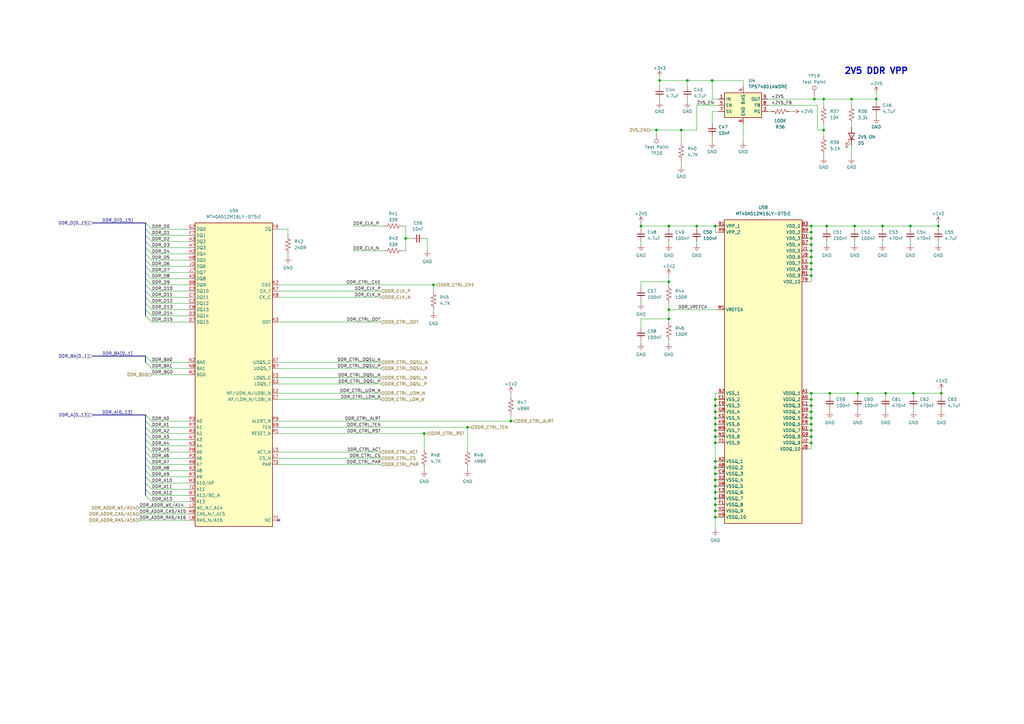
<source format=kicad_sch>
(kicad_sch (version 20231120) (generator "eeschema") (generator_version "8.0")
  (paper "A3")
  (title_block (title "DDR4") (date "2024-10-06") (rev "2.0") (company "Drexel University") (comment 1 "Designed by John Hofmeyr"))
  (junction (at 332.74 92.71))
  (junction (at 350.52 92.71))
  (junction (at 332.74 100.33))
  (junction (at 285.75 92.71))
  (junction (at 274.32 115.57))
  (junction (at 337.82 40.64))
  (junction (at 332.74 113.03))
  (junction (at 293.37 181.61))
  (junction (at 209.55 172.72))
  (junction (at 334.01 40.64))
  (junction (at 332.74 176.53))
  (junction (at 191.77 175.26))
  (junction (at 332.74 173.99))
  (junction (at 373.38 92.71))
  (junction (at 279.4 53.34))
  (junction (at 293.37 191.77))
  (junction (at 293.37 173.99))
  (junction (at 293.37 166.37))
  (junction (at 293.37 207.01))
  (junction (at 349.25 40.64))
  (junction (at 359.41 40.64))
  (junction (at 270.51 33.02))
  (junction (at 262.89 92.71))
  (junction (at 293.37 209.55))
  (junction (at 332.74 166.37))
  (junction (at 332.74 107.95))
  (junction (at 293.37 196.85))
  (junction (at 293.37 171.45))
  (junction (at 274.32 127))
  (junction (at 363.22 161.29))
  (junction (at 173.99 177.8))
  (junction (at 332.74 181.61))
  (junction (at 293.37 92.71))
  (junction (at 293.37 201.93))
  (junction (at 332.74 179.07))
  (junction (at 293.37 212.09))
  (junction (at 293.37 204.47))
  (junction (at 293.37 179.07))
  (junction (at 374.65 161.29))
  (junction (at 177.8 116.84))
  (junction (at 274.32 92.71))
  (junction (at 293.37 168.91))
  (junction (at 281.94 33.02))
  (junction (at 292.1 33.02))
  (junction (at 332.74 163.83))
  (junction (at 332.74 161.29))
  (junction (at 166.37 97.79))
  (junction (at 332.74 97.79))
  (junction (at 332.74 102.87))
  (junction (at 293.37 199.39))
  (junction (at 332.74 171.45))
  (junction (at 293.37 189.23))
  (junction (at 340.36 161.29))
  (junction (at 337.82 53.34))
  (junction (at 361.95 92.71))
  (junction (at 384.81 92.71))
  (junction (at 339.09 92.71))
  (junction (at 293.37 163.83))
  (junction (at 332.74 110.49))
  (junction (at 332.74 168.91))
  (junction (at 293.37 176.53))
  (junction (at 269.24 53.34))
  (junction (at 293.37 194.31))
  (junction (at 351.79 161.29))
  (junction (at 274.32 130.81))
  (junction (at 386.08 161.29))
  (junction (at 332.74 105.41))
  (junction (at 332.74 95.25))
  (no_connect (at 114.3 213.36))
  (bus_entry (at 59.69 101.6) (size 2.54 2.54))
  (bus_entry (at 59.69 187.96) (size 2.54 2.54))
  (bus_entry (at 59.69 127) (size 2.54 2.54))
  (bus_entry (at 59.69 121.92) (size 2.54 2.54))
  (bus_entry (at 59.69 116.84) (size 2.54 2.54))
  (bus_entry (at 59.69 182.88) (size 2.54 2.54))
  (bus_entry (at 59.69 177.8) (size 2.54 2.54))
  (bus_entry (at 59.69 124.46) (size 2.54 2.54))
  (bus_entry (at 59.69 96.52) (size 2.54 2.54))
  (bus_entry (at 59.69 190.5) (size 2.54 2.54))
  (bus_entry (at 59.69 195.58) (size 2.54 2.54))
  (bus_entry (at 59.69 203.2) (size 2.54 2.54))
  (bus_entry (at 59.69 185.42) (size 2.54 2.54))
  (bus_entry (at 59.69 180.34) (size 2.54 2.54))
  (bus_entry (at 59.69 148.59) (size 2.54 2.54))
  (bus_entry (at 59.69 93.98) (size 2.54 2.54))
  (bus_entry (at 59.69 114.3) (size 2.54 2.54))
  (bus_entry (at 59.69 129.54) (size 2.54 2.54))
  (bus_entry (at 59.69 175.26) (size 2.54 2.54))
  (bus_entry (at 59.69 104.14) (size 2.54 2.54))
  (bus_entry (at 59.69 146.05) (size 2.54 2.54))
  (bus_entry (at 59.69 91.44) (size 2.54 2.54))
  (bus_entry (at 59.69 200.66) (size 2.54 2.54))
  (bus_entry (at 59.69 170.18) (size 2.54 2.54))
  (bus_entry (at 59.69 193.04) (size 2.54 2.54))
  (bus_entry (at 59.69 99.06) (size 2.54 2.54))
  (bus_entry (at 59.69 109.22) (size 2.54 2.54))
  (bus_entry (at 59.69 106.68) (size 2.54 2.54))
  (bus_entry (at 59.69 111.76) (size 2.54 2.54))
  (bus_entry (at 59.69 172.72) (size 2.54 2.54))
  (bus_entry (at 59.69 119.38) (size 2.54 2.54))
  (bus_entry (at 59.69 198.12) (size 2.54 2.54))
  (wire (pts (xy 166.37 97.79) (xy 168.91 97.79)))
  (bus (pts (xy 59.69 182.88) (xy 59.69 180.34)))
  (wire (pts (xy 62.23 153.67) (xy 77.47 153.67)))
  (wire (pts (xy 62.23 129.54) (xy 77.47 129.54)))
  (wire (pts (xy 339.09 99.06) (xy 339.09 100.33)))
  (wire (pts (xy 209.55 161.29) (xy 209.55 162.56)))
  (bus (pts (xy 59.69 177.8) (xy 59.69 175.26)))
  (wire (pts (xy 281.94 35.56) (xy 281.94 33.02)))
  (wire (pts (xy 332.74 176.53) (xy 331.47 176.53)))
  (wire (pts (xy 114.3 163.83) (xy 156.21 163.83)))
  (wire (pts (xy 173.99 97.79) (xy 175.26 97.79)))
  (bus (pts (xy 59.69 129.54) (xy 59.69 127)))
  (wire (pts (xy 62.23 177.8) (xy 77.47 177.8)))
  (bus (pts (xy 59.69 180.34) (xy 59.69 177.8)))
  (wire (pts (xy 332.74 161.29) (xy 332.74 163.83)))
  (bus (pts (xy 59.69 203.2) (xy 59.69 200.66)))
  (wire (pts (xy 363.22 162.56) (xy 363.22 161.29)))
  (wire (pts (xy 384.81 93.98) (xy 384.81 92.71)))
  (wire (pts (xy 384.81 91.44) (xy 384.81 92.71)))
  (wire (pts (xy 293.37 95.25) (xy 293.37 92.71)))
  (bus (pts (xy 59.69 185.42) (xy 59.69 182.88)))
  (wire (pts (xy 292.1 40.64) (xy 294.64 40.64)))
  (wire (pts (xy 332.74 110.49) (xy 331.47 110.49)))
  (wire (pts (xy 337.82 40.64) (xy 349.25 40.64)))
  (wire (pts (xy 323.85 45.72) (xy 325.12 45.72)))
  (bus (pts (xy 59.69 198.12) (xy 59.69 195.58)))
  (wire (pts (xy 57.15 208.28) (xy 77.47 208.28)))
  (wire (pts (xy 359.41 38.1) (xy 359.41 40.64)))
  (wire (pts (xy 274.32 127) (xy 294.64 127)))
  (wire (pts (xy 279.4 53.34) (xy 285.75 53.34)))
  (wire (pts (xy 332.74 166.37) (xy 332.74 168.91)))
  (wire (pts (xy 62.23 99.06) (xy 77.47 99.06)))
  (wire (pts (xy 114.3 190.5) (xy 156.21 190.5)))
  (wire (pts (xy 62.23 148.59) (xy 77.47 148.59)))
  (wire (pts (xy 293.37 201.93) (xy 293.37 204.47)))
  (wire (pts (xy 62.23 106.68) (xy 77.47 106.68)))
  (wire (pts (xy 166.37 97.79) (xy 166.37 102.87)))
  (wire (pts (xy 386.08 160.02) (xy 386.08 161.29)))
  (wire (pts (xy 304.8 50.8) (xy 304.8 58.42)))
  (wire (pts (xy 62.23 190.5) (xy 77.47 190.5)))
  (bus (pts (xy 59.69 121.92) (xy 59.69 119.38)))
  (wire (pts (xy 62.23 200.66) (xy 77.47 200.66)))
  (wire (pts (xy 62.23 203.2) (xy 77.47 203.2)))
  (wire (pts (xy 175.26 97.79) (xy 175.26 102.87)))
  (wire (pts (xy 293.37 201.93) (xy 294.64 201.93)))
  (wire (pts (xy 62.23 198.12) (xy 77.47 198.12)))
  (wire (pts (xy 340.36 161.29) (xy 351.79 161.29)))
  (wire (pts (xy 314.96 45.72) (xy 316.23 45.72)))
  (wire (pts (xy 293.37 212.09) (xy 294.64 212.09)))
  (wire (pts (xy 62.23 124.46) (xy 77.47 124.46)))
  (wire (pts (xy 363.22 167.64) (xy 363.22 168.91)))
  (wire (pts (xy 62.23 116.84) (xy 77.47 116.84)))
  (bus (pts (xy 59.69 119.38) (xy 59.69 116.84)))
  (wire (pts (xy 281.94 33.02) (xy 292.1 33.02)))
  (wire (pts (xy 177.8 116.84) (xy 179.07 116.84)))
  (wire (pts (xy 144.78 102.87) (xy 157.48 102.87)))
  (wire (pts (xy 114.3 177.8) (xy 173.99 177.8)))
  (wire (pts (xy 285.75 92.71) (xy 293.37 92.71)))
  (wire (pts (xy 350.52 92.71) (xy 361.95 92.71)))
  (wire (pts (xy 332.74 161.29) (xy 340.36 161.29)))
  (wire (pts (xy 337.82 53.34) (xy 337.82 55.88)))
  (wire (pts (xy 281.94 41.91) (xy 281.94 40.64)))
  (wire (pts (xy 274.32 132.08) (xy 274.32 130.81)))
  (wire (pts (xy 114.3 175.26) (xy 191.77 175.26)))
  (wire (pts (xy 62.23 104.14) (xy 77.47 104.14)))
  (bus (pts (xy 59.69 101.6) (xy 59.69 99.06)))
  (wire (pts (xy 285.75 43.18) (xy 294.64 43.18)))
  (wire (pts (xy 294.64 45.72) (xy 292.1 45.72)))
  (wire (pts (xy 293.37 199.39) (xy 294.64 199.39)))
  (wire (pts (xy 114.3 161.29) (xy 156.21 161.29)))
  (wire (pts (xy 332.74 110.49) (xy 332.74 113.03)))
  (wire (pts (xy 293.37 168.91) (xy 293.37 171.45)))
  (bus (pts (xy 59.69 148.59) (xy 59.69 146.05)))
  (wire (pts (xy 62.23 101.6) (xy 77.47 101.6)))
  (wire (pts (xy 114.3 132.08) (xy 156.21 132.08)))
  (wire (pts (xy 332.74 163.83) (xy 332.74 166.37)))
  (wire (pts (xy 293.37 92.71) (xy 294.64 92.71)))
  (wire (pts (xy 270.51 33.02) (xy 281.94 33.02)))
  (wire (pts (xy 374.65 167.64) (xy 374.65 168.91)))
  (wire (pts (xy 266.7 53.34) (xy 269.24 53.34)))
  (wire (pts (xy 62.23 185.42) (xy 77.47 185.42)))
  (wire (pts (xy 293.37 163.83) (xy 294.64 163.83)))
  (wire (pts (xy 337.82 63.5) (xy 337.82 64.77)))
  (wire (pts (xy 332.74 181.61) (xy 332.74 184.15)))
  (wire (pts (xy 332.74 176.53) (xy 332.74 179.07)))
  (wire (pts (xy 62.23 193.04) (xy 77.47 193.04)))
  (bus (pts (xy 59.69 124.46) (xy 59.69 121.92)))
  (wire (pts (xy 270.51 41.91) (xy 270.51 40.64)))
  (wire (pts (xy 332.74 161.29) (xy 331.47 161.29)))
  (wire (pts (xy 293.37 191.77) (xy 294.64 191.77)))
  (wire (pts (xy 361.95 93.98) (xy 361.95 92.71)))
  (wire (pts (xy 293.37 179.07) (xy 293.37 181.61)))
  (wire (pts (xy 373.38 99.06) (xy 373.38 100.33)))
  (wire (pts (xy 332.74 171.45) (xy 332.74 173.99)))
  (wire (pts (xy 57.15 213.36) (xy 77.47 213.36)))
  (bus (pts (xy 59.69 109.22) (xy 59.69 106.68)))
  (wire (pts (xy 262.89 91.44) (xy 262.89 92.71)))
  (wire (pts (xy 386.08 167.64) (xy 386.08 168.91)))
  (wire (pts (xy 293.37 163.83) (xy 293.37 166.37)))
  (wire (pts (xy 62.23 172.72) (xy 77.47 172.72)))
  (wire (pts (xy 191.77 175.26) (xy 193.04 175.26)))
  (wire (pts (xy 62.23 96.52) (xy 77.47 96.52)))
  (wire (pts (xy 304.8 33.02) (xy 292.1 33.02)))
  (wire (pts (xy 293.37 209.55) (xy 293.37 212.09)))
  (wire (pts (xy 292.1 33.02) (xy 292.1 40.64)))
  (bus (pts (xy 59.69 96.52) (xy 59.69 93.98)))
  (bus (pts (xy 59.69 187.96) (xy 59.69 185.42)))
  (wire (pts (xy 173.99 191.77) (xy 173.99 193.04)))
  (wire (pts (xy 293.37 166.37) (xy 294.64 166.37)))
  (wire (pts (xy 293.37 204.47) (xy 294.64 204.47)))
  (wire (pts (xy 332.74 97.79) (xy 331.47 97.79)))
  (wire (pts (xy 332.74 173.99) (xy 331.47 173.99)))
  (wire (pts (xy 274.32 93.98) (xy 274.32 92.71)))
  (bus (pts (xy 59.69 116.84) (xy 59.69 114.3)))
  (wire (pts (xy 293.37 207.01) (xy 294.64 207.01)))
  (wire (pts (xy 293.37 176.53) (xy 294.64 176.53)))
  (wire (pts (xy 293.37 189.23) (xy 294.64 189.23)))
  (wire (pts (xy 114.3 119.38) (xy 156.21 119.38)))
  (wire (pts (xy 386.08 162.56) (xy 386.08 161.29)))
  (bus (pts (xy 59.69 127) (xy 59.69 124.46)))
  (wire (pts (xy 332.74 113.03) (xy 331.47 113.03)))
  (wire (pts (xy 293.37 173.99) (xy 293.37 176.53)))
  (wire (pts (xy 62.23 119.38) (xy 77.47 119.38)))
  (wire (pts (xy 114.3 157.48) (xy 156.21 157.48)))
  (wire (pts (xy 262.89 123.19) (xy 262.89 124.46)))
  (wire (pts (xy 332.74 100.33) (xy 331.47 100.33)))
  (wire (pts (xy 166.37 92.71) (xy 166.37 97.79)))
  (wire (pts (xy 314.96 43.18) (xy 335.28 43.18)))
  (wire (pts (xy 269.24 53.34) (xy 269.24 54.61)))
  (wire (pts (xy 293.37 176.53) (xy 293.37 179.07)))
  (wire (pts (xy 293.37 212.09) (xy 293.37 217.17)))
  (wire (pts (xy 332.74 92.71) (xy 339.09 92.71)))
  (wire (pts (xy 285.75 93.98) (xy 285.75 92.71)))
  (wire (pts (xy 274.32 99.06) (xy 274.32 100.33)))
  (wire (pts (xy 374.65 162.56) (xy 374.65 161.29)))
  (wire (pts (xy 332.74 179.07) (xy 332.74 181.61)))
  (wire (pts (xy 293.37 207.01) (xy 293.37 209.55)))
  (wire (pts (xy 274.32 127) (xy 274.32 130.81)))
  (wire (pts (xy 191.77 191.77) (xy 191.77 193.04)))
  (bus (pts (xy 59.69 114.3) (xy 59.69 111.76)))
  (wire (pts (xy 293.37 161.29) (xy 294.64 161.29)))
  (wire (pts (xy 363.22 161.29) (xy 374.65 161.29)))
  (wire (pts (xy 349.25 40.64) (xy 359.41 40.64)))
  (wire (pts (xy 57.15 210.82) (xy 77.47 210.82)))
  (wire (pts (xy 293.37 161.29) (xy 293.37 163.83)))
  (wire (pts (xy 332.74 105.41) (xy 331.47 105.41)))
  (wire (pts (xy 62.23 175.26) (xy 77.47 175.26)))
  (wire (pts (xy 339.09 92.71) (xy 350.52 92.71)))
  (wire (pts (xy 62.23 111.76) (xy 77.47 111.76)))
  (wire (pts (xy 209.55 172.72) (xy 210.82 172.72)))
  (wire (pts (xy 332.74 113.03) (xy 332.74 115.57)))
  (wire (pts (xy 332.74 95.25) (xy 331.47 95.25)))
  (wire (pts (xy 314.96 40.64) (xy 334.01 40.64)))
  (wire (pts (xy 293.37 173.99) (xy 294.64 173.99)))
  (wire (pts (xy 114.3 172.72) (xy 209.55 172.72)))
  (wire (pts (xy 293.37 196.85) (xy 293.37 199.39)))
  (wire (pts (xy 359.41 40.64) (xy 359.41 41.91)))
  (bus (pts (xy 59.69 193.04) (xy 59.69 190.5)))
  (wire (pts (xy 114.3 185.42) (xy 156.21 185.42)))
  (wire (pts (xy 332.74 181.61) (xy 331.47 181.61)))
  (wire (pts (xy 62.23 114.3) (xy 77.47 114.3)))
  (wire (pts (xy 332.74 95.25) (xy 332.74 97.79)))
  (wire (pts (xy 361.95 92.71) (xy 373.38 92.71)))
  (wire (pts (xy 349.25 40.64) (xy 349.25 43.18)))
  (wire (pts (xy 332.74 115.57) (xy 331.47 115.57)))
  (wire (pts (xy 293.37 191.77) (xy 293.37 194.31)))
  (wire (pts (xy 340.36 167.64) (xy 340.36 168.91)))
  (wire (pts (xy 118.11 96.52) (xy 118.11 93.98)))
  (wire (pts (xy 191.77 175.26) (xy 191.77 184.15)))
  (wire (pts (xy 351.79 161.29) (xy 363.22 161.29)))
  (wire (pts (xy 262.89 134.62) (xy 262.89 130.81)))
  (wire (pts (xy 165.1 92.71) (xy 166.37 92.71)))
  (wire (pts (xy 270.51 31.75) (xy 270.51 33.02)))
  (wire (pts (xy 62.23 93.98) (xy 77.47 93.98)))
  (wire (pts (xy 144.78 92.71) (xy 157.48 92.71)))
  (wire (pts (xy 293.37 168.91) (xy 294.64 168.91)))
  (wire (pts (xy 293.37 181.61) (xy 293.37 189.23)))
  (wire (pts (xy 209.55 170.18) (xy 209.55 172.72)))
  (wire (pts (xy 262.89 93.98) (xy 262.89 92.71)))
  (bus (pts (xy 59.69 195.58) (xy 59.69 193.04)))
  (wire (pts (xy 62.23 121.92) (xy 77.47 121.92)))
  (wire (pts (xy 62.23 109.22) (xy 77.47 109.22)))
  (wire (pts (xy 293.37 189.23) (xy 293.37 191.77)))
  (wire (pts (xy 293.37 181.61) (xy 294.64 181.61)))
  (wire (pts (xy 332.74 107.95) (xy 332.74 110.49)))
  (bus (pts (xy 59.69 172.72) (xy 59.69 170.18)))
  (wire (pts (xy 114.3 116.84) (xy 177.8 116.84)))
  (wire (pts (xy 332.74 168.91) (xy 331.47 168.91)))
  (wire (pts (xy 293.37 199.39) (xy 293.37 201.93)))
  (wire (pts (xy 335.28 53.34) (xy 337.82 53.34)))
  (wire (pts (xy 293.37 196.85) (xy 294.64 196.85)))
  (wire (pts (xy 332.74 92.71) (xy 332.74 95.25)))
  (wire (pts (xy 62.23 195.58) (xy 77.47 195.58)))
  (bus (pts (xy 59.69 93.98) (xy 59.69 91.44)))
  (wire (pts (xy 384.81 92.71) (xy 373.38 92.71)))
  (wire (pts (xy 332.74 92.71) (xy 331.47 92.71)))
  (wire (pts (xy 332.74 163.83) (xy 331.47 163.83)))
  (wire (pts (xy 279.4 66.04) (xy 279.4 68.58)))
  (wire (pts (xy 337.82 53.34) (xy 337.82 50.8)))
  (wire (pts (xy 334.01 39.37) (xy 334.01 40.64)))
  (wire (pts (xy 332.74 173.99) (xy 332.74 176.53)))
  (wire (pts (xy 332.74 100.33) (xy 332.74 102.87)))
  (wire (pts (xy 274.32 113.03) (xy 274.32 115.57)))
  (wire (pts (xy 293.37 179.07) (xy 294.64 179.07)))
  (wire (pts (xy 332.74 168.91) (xy 332.74 171.45)))
  (wire (pts (xy 304.8 35.56) (xy 304.8 33.02)))
  (wire (pts (xy 114.3 151.13) (xy 156.21 151.13)))
  (wire (pts (xy 285.75 99.06) (xy 285.75 100.33)))
  (wire (pts (xy 350.52 93.98) (xy 350.52 92.71)))
  (wire (pts (xy 351.79 162.56) (xy 351.79 161.29)))
  (wire (pts (xy 332.74 179.07) (xy 331.47 179.07)))
  (wire (pts (xy 332.74 97.79) (xy 332.74 100.33)))
  (wire (pts (xy 350.52 99.06) (xy 350.52 100.33)))
  (wire (pts (xy 173.99 184.15) (xy 173.99 177.8)))
  (wire (pts (xy 293.37 194.31) (xy 294.64 194.31)))
  (wire (pts (xy 62.23 127) (xy 77.47 127)))
  (wire (pts (xy 384.81 99.06) (xy 384.81 100.33)))
  (wire (pts (xy 293.37 171.45) (xy 293.37 173.99)))
  (bus (pts (xy 59.69 200.66) (xy 59.69 198.12)))
  (bus (pts (xy 59.69 175.26) (xy 59.69 172.72)))
  (wire (pts (xy 177.8 116.84) (xy 177.8 119.38)))
  (wire (pts (xy 294.64 95.25) (xy 293.37 95.25)))
  (wire (pts (xy 293.37 209.55) (xy 294.64 209.55)))
  (bus (pts (xy 59.69 190.5) (xy 59.69 187.96)))
  (wire (pts (xy 337.82 40.64) (xy 337.82 43.18)))
  (wire (pts (xy 62.23 180.34) (xy 77.47 180.34)))
  (wire (pts (xy 62.23 132.08) (xy 77.47 132.08)))
  (wire (pts (xy 274.32 92.71) (xy 285.75 92.71)))
  (bus (pts (xy 38.1 170.18) (xy 59.69 170.18)))
  (wire (pts (xy 361.95 99.06) (xy 361.95 100.33)))
  (wire (pts (xy 62.23 182.88) (xy 77.47 182.88)))
  (wire (pts (xy 274.32 127) (xy 274.32 124.46)))
  (wire (pts (xy 293.37 194.31) (xy 293.37 196.85)))
  (wire (pts (xy 332.74 105.41) (xy 332.74 107.95)))
  (wire (pts (xy 62.23 151.13) (xy 77.47 151.13)))
  (wire (pts (xy 62.23 187.96) (xy 77.47 187.96)))
  (wire (pts (xy 335.28 43.18) (xy 335.28 53.34)))
  (wire (pts (xy 359.41 46.99) (xy 359.41 48.26)))
  (wire (pts (xy 118.11 104.14) (xy 118.11 105.41)))
  (bus (pts (xy 59.69 111.76) (xy 59.69 109.22)))
  (bus (pts (xy 38.1 91.44) (xy 59.69 91.44)))
  (wire (pts (xy 262.89 118.11) (xy 262.89 115.57)))
  (bus (pts (xy 59.69 99.06) (xy 59.69 96.52)))
  (wire (pts (xy 292.1 45.72) (xy 292.1 50.8)))
  (wire (pts (xy 332.74 107.95) (xy 331.47 107.95)))
  (wire (pts (xy 279.4 53.34) (xy 279.4 58.42)))
  (wire (pts (xy 166.37 102.87) (xy 165.1 102.87)))
  (wire (pts (xy 262.89 99.06) (xy 262.89 100.33)))
  (wire (pts (xy 373.38 93.98) (xy 373.38 92.71)))
  (wire (pts (xy 293.37 166.37) (xy 293.37 168.91)))
  (wire (pts (xy 332.74 184.15) (xy 331.47 184.15)))
  (bus (pts (xy 59.69 106.68) (xy 59.69 104.14)))
  (wire (pts (xy 332.74 166.37) (xy 331.47 166.37)))
  (wire (pts (xy 349.25 59.69) (xy 349.25 64.77)))
  (bus (pts (xy 59.69 104.14) (xy 59.69 101.6)))
  (wire (pts (xy 334.01 40.64) (xy 337.82 40.64)))
  (wire (pts (xy 293.37 204.47) (xy 293.37 207.01)))
  (wire (pts (xy 173.99 177.8) (xy 175.26 177.8)))
  (wire (pts (xy 269.24 53.34) (xy 279.4 53.34)))
  (wire (pts (xy 114.3 121.92) (xy 156.21 121.92)))
  (wire (pts (xy 332.74 171.45) (xy 331.47 171.45)))
  (wire (pts (xy 118.11 93.98) (xy 114.3 93.98)))
  (wire (pts (xy 349.25 50.8) (xy 349.25 52.07)))
  (wire (pts (xy 274.32 115.57) (xy 274.32 116.84)))
  (wire (pts (xy 293.37 171.45) (xy 294.64 171.45)))
  (wire (pts (xy 332.74 102.87) (xy 332.74 105.41)))
  (wire (pts (xy 114.3 154.94) (xy 156.21 154.94)))
  (wire (pts (xy 262.89 130.81) (xy 274.32 130.81)))
  (wire (pts (xy 285.75 53.34) (xy 285.75 43.18)))
  (bus (pts (xy 38.1 146.05) (xy 59.69 146.05)))
  (wire (pts (xy 274.32 139.7) (xy 274.32 140.97)))
  (wire (pts (xy 114.3 187.96) (xy 156.21 187.96)))
  (wire (pts (xy 62.23 205.74) (xy 77.47 205.74)))
  (wire (pts (xy 262.89 92.71) (xy 274.32 92.71)))
  (wire (pts (xy 351.79 167.64) (xy 351.79 168.91)))
  (wire (pts (xy 340.36 162.56) (xy 340.36 161.29)))
  (wire (pts (xy 374.65 161.29) (xy 386.08 161.29)))
  (wire (pts (xy 292.1 55.88) (xy 292.1 58.42)))
  (wire (pts (xy 262.89 139.7) (xy 262.89 140.97)))
  (wire (pts (xy 332.74 102.87) (xy 331.47 102.87)))
  (wire (pts (xy 262.89 115.57) (xy 274.32 115.57)))
  (wire (pts (xy 339.09 93.98) (xy 339.09 92.71)))
  (wire (pts (xy 270.51 35.56) (xy 270.51 33.02)))
  (wire (pts (xy 177.8 127) (xy 177.8 128.27)))
  (wire (pts (xy 114.3 148.59) (xy 156.21 148.59)))
  (text "2V5 DDR VPP" (at 359.41 29.21 0) (effects (font (size 2.54 2.54) (thickness 0.508) (bold yes))))
  (label "DDR_CLK_N" (at 156.21 121.92 180))
  (label "DDR_D3" (at 62.23 101.6 0))
  (label "DDR_A11" (at 62.23 200.66 0))
  (label "DDR_D10" (at 62.23 119.38 0))
  (label "2V5_EN" (at 285.75 43.18 0))
  (label "DDR_ADDR_CAS{slash}A15" (at 57.15 210.82 0))
  (label "DDR_CTRL_CS" (at 156.21 187.96 180))
  (label "DDR_CTRL_DQSU_P" (at 156.21 151.13 180))
  (label "DDR_A12" (at 62.23 203.2 0))
  (label "DDR_A0" (at 62.23 172.72 0))
  (label "DDR_D4" (at 62.23 104.14 0))
  (label "DDR_BG0" (at 62.23 153.67 0))
  (label "DDR_CTRL_DQSU_N" (at 156.21 148.59 180))
  (label "DDR_ADDR_RAS{slash}A16" (at 57.15 213.36 0))
  (label "DDR_D0" (at 62.23 93.98 0))
  (label "DDR_CTRL_TEN" (at 156.21 175.26 180))
  (label "DDR_A[0..13]" (at 41.91 170.18 0))
  (label "DDR_D5" (at 62.23 106.68 0))
  (label "DDR_CLK_N" (at 144.78 102.87 0))
  (label "DDR_CTRL_ALRT" (at 156.21 172.72 180))
  (label "DDR_A10" (at 62.23 198.12 0))
  (label "DDR_D12" (at 62.23 124.46 0))
  (label "DDR_D2" (at 62.23 99.06 0))
  (label "DDR_D6" (at 62.23 109.22 0))
  (label "DDR_VREFCA" (at 278.13 127 0))
  (label "DDR_D[0..15]" (at 41.91 91.44 0))
  (label "DDR_A3" (at 62.23 180.34 0))
  (label "DDR_CTRL_RST" (at 156.21 177.8 180))
  (label "DDR_A1" (at 62.23 175.26 0))
  (label "DDR_D11" (at 62.23 121.92 0))
  (label "DDR_CTRL_ODT" (at 156.21 132.08 180))
  (label "DDR_D14" (at 62.23 129.54 0))
  (label "DDR_D15" (at 62.23 132.08 0))
  (label "DDR_D7" (at 62.23 111.76 0))
  (label "DDR_CTRL_PAR" (at 156.21 190.5 180))
  (label "DDR_CTRL_ACT" (at 156.21 185.42 180))
  (label "DDR_A7" (at 62.23 190.5 0))
  (label "DDR_A2" (at 62.23 177.8 0))
  (label "DDR_BA0" (at 62.23 148.59 0))
  (label "DDR_CTRL_DQSL_N" (at 156.21 154.94 180))
  (label "DDR_D8" (at 62.23 114.3 0))
  (label "+2V5" (at 316.23 40.64 0))
  (label "DDR_BA1" (at 62.23 151.13 0))
  (label "DDR_D9" (at 62.23 116.84 0))
  (label "DDR_CTRL_CKE" (at 156.21 116.84 180))
  (label "DDR_CTRL_UDM_N" (at 156.21 161.29 180))
  (label "DDR_CLK_P" (at 144.78 92.71 0))
  (label "DDR_A8" (at 62.23 193.04 0))
  (label "DDR_A6" (at 62.23 187.96 0))
  (label "DDR_D13" (at 62.23 127 0))
  (label "+2V5_FB" (at 316.23 43.18 0))
  (label "DDR_ADDR_WE{slash}A14" (at 57.15 208.28 0))
  (label "DDR_CTRL_DQSL_P" (at 156.21 157.48 180))
  (label "DDR_BA[0..1]" (at 41.91 146.05 0))
  (label "DDR_CTRL_LDM_N" (at 156.21 163.83 180))
  (label "DDR_A4" (at 62.23 182.88 0))
  (label "DDR_A13" (at 62.23 205.74 0))
  (label "DDR_A5" (at 62.23 185.42 0))
  (label "DDR_D1" (at 62.23 96.52 0))
  (label "DDR_A9" (at 62.23 195.58 0))
  (label "DDR_CLK_P" (at 156.21 119.38 180))
  (hierarchical_label "DDR_CLK_P" (shape input) (at 156.21 119.38 0))
  (hierarchical_label "DDR_ADDR_RAS{slash}A16" (shape input) (at 57.15 213.36 180))
  (hierarchical_label "DDR_ADDR_CAS{slash}A15" (shape input) (at 57.15 210.82 180))
  (hierarchical_label "DDR_CLK_N" (shape input) (at 156.21 121.92 0))
  (hierarchical_label "DDR_CTRL_PAR" (shape input) (at 156.21 190.5 0))
  (hierarchical_label "DDR_BG0" (shape input) (at 62.23 153.67 180))
  (hierarchical_label "DDR_ADDR_WE{slash}A14" (shape input) (at 57.15 208.28 180))
  (hierarchical_label "DDR_CTRL_UDM_N" (shape input) (at 156.21 161.29 0))
  (hierarchical_label "DDR_CTRL_RST" (shape input) (at 175.26 177.8 0))
  (hierarchical_label "DDR_CTRL_CKE" (shape input) (at 179.07 116.84 0))
  (hierarchical_label "DDR_CTRL_DQSU_P" (shape input) (at 156.21 151.13 0))
  (hierarchical_label "DDR_CTRL_LDM_N" (shape input) (at 156.21 163.83 0))
  (hierarchical_label "DDR_CTRL_DQSL_N" (shape input) (at 156.21 154.94 0))
  (hierarchical_label "DDR_CTRL_DQSL_P" (shape input) (at 156.21 157.48 0))
  (hierarchical_label "DDR_CTRL_TEN" (shape input) (at 193.04 175.26 0))
  (hierarchical_label "DDR_BA[0..1]" (shape input) (at 38.1 146.05 180))
  (hierarchical_label "DDR_A[0..13]" (shape input) (at 38.1 170.18 180))
  (hierarchical_label "DDR_CTRL_CS" (shape input) (at 156.21 187.96 0))
  (hierarchical_label "DDR_CTRL_ALRT" (shape input) (at 210.82 172.72 0))
  (hierarchical_label "DDR_CTRL_ACT" (shape input) (at 156.21 185.42 0))
  (hierarchical_label "DDR_CTRL_ODT" (shape input) (at 156.21 132.08 0))
  (hierarchical_label "DDR_CTRL_DQSU_N" (shape input) (at 156.21 148.59 0))
  (hierarchical_label "2V5_EN" (shape input) (at 266.7 53.34 180))
  (hierarchical_label "DDR_D[0..15]" (shape input) (at 38.1 91.44 180))
  (symbol (lib_id "power:GND") (at 274.32 100.33 0) (unit 1)
    (property "Reference" "#PWR097" (effects (hide yes)))
    (property "Value" "GND" (at 274.32 104.775 0))
    (property "Description" "Power symbol creates a global label with name \"GND\" , ground" (effects (hide yes)))
  )
  (symbol (lib_id "power:GND") (at 270.51 41.91 0) (unit 1)
    (property "Reference" "#PWR085" (effects (hide yes)))
    (property "Value" "GND" (at 270.51 45.72 0))
    (property "Description" "Power symbol creates a global label with name \"GND\" , ground" (effects (hide yes)))
  )
  (symbol (lib_id "Device:C_Small") (at 270.51 38.1 0) (unit 1)
    (property "Reference" "C44" (at 273.05 36.8362 0) (effects (justify left)))
    (property "Value" "4.7uF" (at 273.05 39.3762 0) (effects (justify left)))
    (property "Footprint" "Capacitor_SMD:C_0201_0603Metric" (effects (hide yes)))
    (property "Description" "Unpolarized capacitor, small symbol" (effects (hide yes)))
  )
  (symbol (lib_id "Device:R_US") (at 209.55 166.37 180) (unit 1)
    (property "Reference" "R47" (at 212.09 165.0999 0) (effects (justify right)))
    (property "Value" "499R" (at 212.09 167.6399 0) (effects (justify right)))
    (property "Footprint" "Resistor_SMD:R_0201_0603Metric" (effects (hide yes)))
    (property "Description" "Resistor, US symbol" (effects (hide yes)))
  )
  (symbol (lib_id "power:GND") (at 337.82 64.77 0) (unit 1)
    (property "Reference" "#PWR091" (effects (hide yes)))
    (property "Value" "GND" (at 337.82 68.58 0))
    (property "Description" "Power symbol creates a global label with name \"GND\" , ground" (effects (hide yes)))
  )
  (symbol (lib_id "power:+3V3") (at 270.51 31.75 0) (unit 1)
    (property "Reference" "#PWR083" (effects (hide yes)))
    (property "Value" "+3V3" (at 270.51 27.94 0))
    (property "Description" "Power symbol creates a global label with name \"+3V3\"" (effects (hide yes)))
  )
  (symbol (lib_id "power:GND") (at 177.8 128.27 0) (unit 1)
    (property "Reference" "#PWR0108" (effects (hide yes)))
    (property "Value" "GND" (at 177.8 132.715 0))
    (property "Description" "Power symbol creates a global label with name \"GND\" , ground" (effects (hide yes)))
  )
  (symbol (lib_id "power:GND") (at 292.1 58.42 0) (unit 1)
    (property "Reference" "#PWR089" (effects (hide yes)))
    (property "Value" "GND" (at 292.1 62.23 0))
    (property "Description" "Power symbol creates a global label with name \"GND\" , ground" (effects (hide yes)))
  )
  (symbol (lib_id "power:GND") (at 374.65 168.91 0) (unit 1)
    (property "Reference" "#PWR0116" (effects (hide yes)))
    (property "Value" "GND" (at 374.65 173.355 0))
    (property "Description" "Power symbol creates a global label with name \"GND\" , ground" (effects (hide yes)))
  )
  (symbol (lib_id "power:GND") (at 173.99 193.04 0) (unit 1)
    (property "Reference" "#PWR0118" (effects (hide yes)))
    (property "Value" "GND" (at 173.99 197.485 0))
    (property "Description" "Power symbol creates a global label with name \"GND\" , ground" (effects (hide yes)))
  )
  (symbol (lib_id "Device:C_Small") (at 171.45 97.79 90) (unit 1)
    (property "Reference" "C56" (at 171.4563 91.44 90))
    (property "Value" "10nF" (at 171.4563 93.98 90))
    (property "Footprint" "Capacitor_SMD:C_0201_0603Metric" (effects (hide yes)))
    (property "Description" "Unpolarized capacitor, small symbol" (effects (hide yes)))
  )
  (symbol (lib_id "power:+1V2") (at 209.55 161.29 0) (unit 1)
    (property "Reference" "#PWR0112" (effects (hide yes)))
    (property "Value" "+1V2" (at 209.55 157.48 0))
    (property "Description" "Power symbol creates a global label with name \"+1V2\"" (effects (hide yes)))
  )
  (symbol (lib_id "power:+2V5") (at 359.41 38.1 0) (unit 1)
    (property "Reference" "#PWR084" (effects (hide yes)))
    (property "Value" "+2V5" (at 359.41 34.29 0))
    (property "Description" "Power symbol creates a global label with name \"+2V5\"" (effects (hide yes)))
  )
  (symbol (lib_id "FPGA Module:MT40A512M16LY-075{colon}E") (at 80.01 91.44 0) (unit 1)
    (property "Reference" "U5" (at 95.885 86.36 0))
    (property "Value" "MT40A512M16LY-075:E" (at 95.885 88.9 0))
    (property "Footprint" "FPGA Module:BGA96C80P9X16_750X1350X120" (effects (hide yes)))
    (property "Datasheet" "https://www.mouser.com/datasheet/2/671/Micron_8gb_ddr4_sdram-3239981.pdf" (effects (hide yes)))
  )
  (symbol (lib_id "Device:C_Small") (at 340.36 165.1 0) (unit 1)
    (property "Reference" "C59" (at 342.9 163.8362 0) (effects (justify left)))
    (property "Value" "100nF" (at 342.9 166.3762 0) (effects (justify left)))
    (property "Footprint" "Capacitor_SMD:C_0201_0603Metric" (effects (hide yes)))
    (property "Description" "Unpolarized capacitor, small symbol" (effects (hide yes)))
  )
  (symbol (lib_id "power:GND") (at 281.94 41.91 0) (unit 1)
    (property "Reference" "#PWR086" (effects (hide yes)))
    (property "Value" "GND" (at 281.94 45.72 0))
    (property "Description" "Power symbol creates a global label with name \"GND\" , ground" (effects (hide yes)))
  )
  (symbol (lib_id "Device:C_Small") (at 363.22 165.1 0) (unit 1)
    (property "Reference" "C61" (at 365.76 163.8362 0) (effects (justify left)))
    (property "Value" "470nF" (at 365.76 166.3762 0) (effects (justify left)))
    (property "Footprint" "Capacitor_SMD:C_0201_0603Metric" (effects (hide yes)))
    (property "Description" "Unpolarized capacitor, small symbol" (effects (hide yes)))
  )
  (symbol (lib_id "power:GND") (at 359.41 48.26 0) (unit 1)
    (property "Reference" "#PWR088" (effects (hide yes)))
    (property "Value" "GND" (at 359.41 52.07 0))
    (property "Description" "Power symbol creates a global label with name \"GND\" , ground" (effects (hide yes)))
  )
  (symbol (lib_id "power:GND") (at 304.8 58.42 0) (unit 1)
    (property "Reference" "#PWR090" (effects (hide yes)))
    (property "Value" "GND" (at 304.8 62.23 0))
    (property "Description" "Power symbol creates a global label with name \"GND\" , ground" (effects (hide yes)))
  )
  (symbol (lib_id "Device:C_Small") (at 386.08 165.1 0) (unit 1)
    (property "Reference" "C63" (at 388.62 163.8362 0) (effects (justify left)))
    (property "Value" "4.7uF" (at 388.62 166.3762 0) (effects (justify left)))
    (property "Footprint" "Capacitor_SMD:C_0201_0603Metric" (effects (hide yes)))
    (property "Description" "Unpolarized capacitor, small symbol" (effects (hide yes)))
  )
  (symbol (lib_id "power:GND") (at 350.52 100.33 0) (unit 1)
    (property "Reference" "#PWR0100" (effects (hide yes)))
    (property "Value" "GND" (at 350.52 104.775 0))
    (property "Description" "Power symbol creates a global label with name \"GND\" , ground" (effects (hide yes)))
  )
  (symbol (lib_id "power:GND") (at 339.09 100.33 0) (unit 1)
    (property "Reference" "#PWR099" (effects (hide yes)))
    (property "Value" "GND" (at 339.09 104.775 0))
    (property "Description" "Power symbol creates a global label with name \"GND\" , ground" (effects (hide yes)))
  )
  (symbol (lib_id "Device:R_US") (at 118.11 100.33 180) (unit 1)
    (property "Reference" "R42" (at 120.65 99.0599 0) (effects (justify right)))
    (property "Value" "240R" (at 120.65 101.5999 0) (effects (justify right)))
    (property "Footprint" "Resistor_SMD:R_0201_0603Metric" (effects (hide yes)))
    (property "Description" "Resistor, US symbol" (effects (hide yes)))
  )
  (symbol (lib_id "Device:C_Small") (at 339.09 96.52 0) (unit 1)
    (property "Reference" "C51" (at 341.63 95.2562 0) (effects (justify left)))
    (property "Value" "100nF" (at 341.63 97.7962 0) (effects (justify left)))
    (property "Footprint" "Capacitor_SMD:C_0201_0603Metric" (effects (hide yes)))
    (property "Description" "Unpolarized capacitor, small symbol" (effects (hide yes)))
  )
  (symbol (lib_id "power:GND") (at 262.89 100.33 0) (unit 1)
    (property "Reference" "#PWR096" (effects (hide yes)))
    (property "Value" "GND" (at 262.89 104.775 0))
    (property "Description" "Power symbol creates a global label with name \"GND\" , ground" (effects (hide yes)))
  )
  (symbol (lib_id "Device:C_Small") (at 274.32 96.52 0) (unit 1)
    (property "Reference" "C49" (at 276.86 95.2562 0) (effects (justify left)))
    (property "Value" "100nF" (at 276.86 97.7962 0) (effects (justify left)))
    (property "Footprint" "Capacitor_SMD:C_0201_0603Metric" (effects (hide yes)))
    (property "Description" "Unpolarized capacitor, small symbol" (effects (hide yes)))
  )
  (symbol (lib_id "Device:C_Small") (at 292.1 53.34 0) (unit 1)
    (property "Reference" "C47" (at 294.64 52.0762 0) (effects (justify left)))
    (property "Value" "10nF" (at 294.64 54.6162 0) (effects (justify left)))
    (property "Footprint" "Capacitor_SMD:C_0201_0603Metric" (effects (hide yes)))
    (property "Description" "Unpolarized capacitor, small symbol" (effects (hide yes)))
  )
  (symbol (lib_id "power:GND") (at 361.95 100.33 0) (unit 1)
    (property "Reference" "#PWR0101" (effects (hide yes)))
    (property "Value" "GND" (at 361.95 104.775 0))
    (property "Description" "Power symbol creates a global label with name \"GND\" , ground" (effects (hide yes)))
  )
  (symbol (lib_id "Device:R_US") (at 279.4 62.23 180) (unit 1)
    (property "Reference" "R40" (at 281.94 60.9599 0) (effects (justify right)))
    (property "Value" "4.7K" (at 281.94 63.4999 0) (effects (justify right)))
    (property "Footprint" "Resistor_SMD:R_0201_0603Metric" (effects (hide yes)))
    (property "Description" "Resistor, US symbol" (effects (hide yes)))
  )
  (symbol (lib_id "power:GND") (at 340.36 168.91 0) (unit 1)
    (property "Reference" "#PWR0113" (effects (hide yes)))
    (property "Value" "GND" (at 340.36 173.355 0))
    (property "Description" "Power symbol creates a global label with name \"GND\" , ground" (effects (hide yes)))
  )
  (symbol (lib_id "power:+1V2") (at 386.08 160.02 0) (unit 1)
    (property "Reference" "#PWR0111" (effects (hide yes)))
    (property "Value" "+1V2" (at 386.08 156.21 0))
    (property "Description" "Power symbol creates a global label with name \"+1V2\"" (effects (hide yes)))
  )
  (symbol (lib_id "Regulator_Linear:TPS74801AWDRC") (at 304.8 43.18 0) (unit 1)
    (property "Reference" "U4" (at 306.9941 33.02 0) (effects (justify left)))
    (property "Value" "TPS74801AWDRC" (at 306.9941 35.56 0) (effects (justify left)))
    (property "Footprint" "Package_SON:VSON-10-1EP_3x3mm_P0.5mm_EP1.65x2.4mm_ThermalVias" (effects (hide yes)))
    (property "Datasheet" "https://www.ti.com/lit/ds/symlink/tps748a.pdf" (effects (hide yes)))
    (property "Description" "Texas Instruments 1.5A, Low-Dropout Linear Regulator With Programmable Soft-Start, 0.8-6.0Vin, 2.7-6.0Vbias, 0.8-3.6Vout" (effects (hide yes)))
  )
  (symbol (lib_id "Connector:TestPoint") (at 269.24 54.61 180) (unit 1)
    (property "Reference" "TP20" (at 271.78 62.865 0) (effects (justify left)))
    (property "Value" "Test Point" (at 274.32 60.325 0) (effects (justify left)))
    (property "Footprint" "FPGA Module:Test Point 0.5mm No Silk" (effects (hide yes)))
    (property "Description" "test point" (effects (hide yes)))
  )
  (symbol (lib_id "power:GND") (at 191.77 193.04 0) (unit 1)
    (property "Reference" "#PWR0119" (effects (hide yes)))
    (property "Value" "GND" (at 191.77 197.485 0))
    (property "Description" "Power symbol creates a global label with name \"GND\" , ground" (effects (hide yes)))
  )
  (symbol (lib_id "Device:R_US") (at 191.77 187.96 180) (unit 1)
    (property "Reference" "R49" (at 194.31 186.6899 0) (effects (justify right)))
    (property "Value" "499R" (at 194.31 189.2299 0) (effects (justify right)))
    (property "Footprint" "Resistor_SMD:R_0201_0603Metric" (effects (hide yes)))
    (property "Description" "Resistor, US symbol" (effects (hide yes)))
  )
  (symbol (lib_id "Connector:TestPoint") (at 334.01 39.37 0) (unit 1)
    (property "Reference" "TP19" (at 331.47 31.115 0) (effects (justify left)))
    (property "Value" "Test Point" (at 328.93 33.655 0) (effects (justify left)))
    (property "Footprint" "FPGA Module:Test Point 0.5mm No Silk" (effects (hide yes)))
    (property "Description" "test point" (effects (hide yes)))
  )
  (symbol (lib_id "Device:C_Small") (at 359.41 44.45 0) (unit 1)
    (property "Reference" "C46" (at 361.95 43.1862 0) (effects (justify left)))
    (property "Value" "4.7uF" (at 361.95 45.7262 0) (effects (justify left)))
    (property "Footprint" "Capacitor_SMD:C_0201_0603Metric" (effects (hide yes)))
    (property "Description" "Unpolarized capacitor, small symbol" (effects (hide yes)))
  )
  (symbol (lib_id "Device:R_US") (at 349.25 46.99 0) (unit 1)
    (property "Reference" "R38" (at 351.79 45.7199 0) (effects (justify left)))
    (property "Value" "3.3k" (at 351.79 48.2599 0) (effects (justify left)))
    (property "Footprint" "Resistor_SMD:R_0201_0603Metric" (effects (hide yes)))
    (property "Description" "Resistor, US symbol" (effects (hide yes)))
  )
  (symbol (lib_id "power:GND") (at 262.89 140.97 0) (unit 1)
    (property "Reference" "#PWR0109" (effects (hide yes)))
    (property "Value" "GND" (at 262.89 145.415 0))
    (property "Description" "Power symbol creates a global label with name \"GND\" , ground" (effects (hide yes)))
  )
  (symbol (lib_id "Device:R_US") (at 173.99 187.96 180) (unit 1)
    (property "Reference" "R48" (at 176.53 186.6899 0) (effects (justify right)))
    (property "Value" "4.7K" (at 176.53 189.2299 0) (effects (justify right)))
    (property "Footprint" "Resistor_SMD:R_0201_0603Metric" (effects (hide yes)))
    (property "Description" "Resistor, US symbol" (effects (hide yes)))
  )
  (symbol (lib_id "Device:C_Small") (at 361.95 96.52 0) (unit 1)
    (property "Reference" "C53" (at 364.49 95.2562 0) (effects (justify left)))
    (property "Value" "470nF" (at 364.49 97.7962 0) (effects (justify left)))
    (property "Footprint" "Capacitor_SMD:C_0201_0603Metric" (effects (hide yes)))
    (property "Description" "Unpolarized capacitor, small symbol" (effects (hide yes)))
  )
  (symbol (lib_id "Device:R_US") (at 337.82 46.99 0) (unit 1)
    (property "Reference" "R37" (at 340.36 45.7199 0) (effects (justify left)))
    (property "Value" "10K" (at 340.36 48.2599 0) (effects (justify left)))
    (property "Footprint" "Resistor_SMD:R_0201_0603Metric" (effects (hide yes)))
    (property "Description" "Resistor, US symbol" (effects (hide yes)))
  )
  (symbol (lib_id "Device:R_US") (at 274.32 135.89 180) (unit 1)
    (property "Reference" "R46" (at 276.86 134.6199 0) (effects (justify right)))
    (property "Value" "100R" (at 276.86 137.1599 0) (effects (justify right)))
    (property "Footprint" "Resistor_SMD:R_0201_0603Metric" (effects (hide yes)))
    (property "Description" "Resistor, US symbol" (effects (hide yes)))
  )
  (symbol (lib_id "Device:C_Small") (at 262.89 96.52 0) (unit 1)
    (property "Reference" "C48" (at 265.43 95.2562 0) (effects (justify left)))
    (property "Value" "4.7uF" (at 265.43 97.7962 0) (effects (justify left)))
    (property "Footprint" "Capacitor_SMD:C_0201_0603Metric" (effects (hide yes)))
    (property "Description" "Unpolarized capacitor, small symbol" (effects (hide yes)))
  )
  (symbol (lib_id "power:GND") (at 285.75 100.33 0) (unit 1)
    (property "Reference" "#PWR098" (effects (hide yes)))
    (property "Value" "GND" (at 285.75 104.775 0))
    (property "Description" "Power symbol creates a global label with name \"GND\" , ground" (effects (hide yes)))
  )
  (symbol (lib_id "power:GND") (at 386.08 168.91 0) (unit 1)
    (property "Reference" "#PWR0117" (effects (hide yes)))
    (property "Value" "GND" (at 386.08 173.355 0))
    (property "Description" "Power symbol creates a global label with name \"GND\" , ground" (effects (hide yes)))
  )
  (symbol (lib_id "power:GND") (at 293.37 217.17 0) (unit 1)
    (property "Reference" "#PWR0120" (effects (hide yes)))
    (property "Value" "GND" (at 293.37 221.615 0))
    (property "Description" "Power symbol creates a global label with name \"GND\" , ground" (effects (hide yes)))
  )
  (symbol (lib_id "Device:R_US") (at 161.29 92.71 270) (unit 1)
    (property "Reference" "R41" (at 161.29 87.63 90))
    (property "Value" "33R" (at 161.29 90.17 90))
    (property "Footprint" "Resistor_SMD:R_0201_0603Metric" (effects (hide yes)))
    (property "Description" "Resistor, US symbol" (effects (hide yes)))
  )
  (symbol (lib_id "Device:C_Small") (at 281.94 38.1 0) (unit 1)
    (property "Reference" "C45" (at 284.48 36.8362 0) (effects (justify left)))
    (property "Value" "4.7uF" (at 284.48 39.3762 0) (effects (justify left)))
    (property "Footprint" "Capacitor_SMD:C_0201_0603Metric" (effects (hide yes)))
    (property "Description" "Unpolarized capacitor, small symbol" (effects (hide yes)))
  )
  (symbol (lib_id "power:+2V5") (at 325.12 45.72 270) (unit 1)
    (property "Reference" "#PWR087" (effects (hide yes)))
    (property "Value" "+2V5" (at 330.835 45.72 90))
    (property "Description" "Power symbol creates a global label with name \"+2V5\"" (effects (hide yes)))
  )
  (symbol (lib_id "Device:C_Small") (at 374.65 165.1 0) (unit 1)
    (property "Reference" "C62" (at 377.19 163.8362 0) (effects (justify left)))
    (property "Value" "470nF" (at 377.19 166.3762 0) (effects (justify left)))
    (property "Footprint" "Capacitor_SMD:C_0201_0603Metric" (effects (hide yes)))
    (property "Description" "Unpolarized capacitor, small symbol" (effects (hide yes)))
  )
  (symbol (lib_id "Device:LED") (at 349.25 55.88 270) (mirror x) (unit 1)
    (property "Reference" "D5" (at 351.79 58.7376 90) (effects (justify left)))
    (property "Value" "2V5 ON" (at 351.79 56.1976 90) (effects (justify left)))
    (property "Footprint" "LED_SMD:LED_0603_1608Metric" (effects (hide yes)))
    (property "Description" "Light emitting diode" (effects (hide yes)))
  )
  (symbol (lib_id "power:GND") (at 363.22 168.91 0) (unit 1)
    (property "Reference" "#PWR0115" (effects (hide yes)))
    (property "Value" "GND" (at 363.22 173.355 0))
    (property "Description" "Power symbol creates a global label with name \"GND\" , ground" (effects (hide yes)))
  )
  (symbol (lib_id "Device:R_US") (at 274.32 120.65 180) (unit 1)
    (property "Reference" "R44" (at 276.86 119.3799 0) (effects (justify right)))
    (property "Value" "100R" (at 276.86 121.9199 0) (effects (justify right)))
    (property "Footprint" "Resistor_SMD:R_0201_0603Metric" (effects (hide yes)))
    (property "Description" "Resistor, US symbol" (effects (hide yes)))
  )
  (symbol (lib_id "Device:C_Small") (at 350.52 96.52 0) (unit 1)
    (property "Reference" "C52" (at 353.06 95.2562 0) (effects (justify left)))
    (property "Value" "100nF" (at 353.06 97.7962 0) (effects (justify left)))
    (property "Footprint" "Capacitor_SMD:C_0201_0603Metric" (effects (hide yes)))
    (property "Description" "Unpolarized capacitor, small symbol" (effects (hide yes)))
  )
  (symbol (lib_id "power:+2V5") (at 262.89 91.44 0) (unit 1)
    (property "Reference" "#PWR094" (effects (hide yes)))
    (property "Value" "+2V5" (at 262.89 87.63 0))
    (property "Description" "Power symbol creates a global label with name \"+2V5\"" (effects (hide yes)))
  )
  (symbol (lib_id "Device:C_Small") (at 262.89 137.16 0) (unit 1)
    (property "Reference" "C58" (at 265.43 135.8962 0) (effects (justify left)))
    (property "Value" "100nF" (at 265.43 138.4362 0) (effects (justify left)))
    (property "Footprint" "Capacitor_SMD:C_0201_0603Metric" (effects (hide yes)))
    (property "Description" "Unpolarized capacitor, small symbol" (effects (hide yes)))
  )
  (symbol (lib_id "Device:R_US") (at 161.29 102.87 270) (unit 1)
    (property "Reference" "R43" (at 161.29 97.79 90))
    (property "Value" "33R" (at 161.29 100.33 90))
    (property "Footprint" "Resistor_SMD:R_0201_0603Metric" (effects (hide yes)))
    (property "Description" "Resistor, US symbol" (effects (hide yes)))
  )
  (symbol (lib_id "power:GND") (at 279.4 68.58 0) (mirror y) (unit 1)
    (property "Reference" "#PWR093" (effects (hide yes)))
    (property "Value" "GND" (at 279.4 72.39 0))
    (property "Description" "Power symbol creates a global label with name \"GND\" , ground" (effects (hide yes)))
  )
  (symbol (lib_id "power:GND") (at 118.11 105.41 0) (unit 1)
    (property "Reference" "#PWR0105" (effects (hide yes)))
    (property "Value" "GND" (at 118.11 109.855 0))
    (property "Description" "Power symbol creates a global label with name \"GND\" , ground" (effects (hide yes)))
  )
  (symbol (lib_id "Device:R_US") (at 337.82 59.69 0) (unit 1)
    (property "Reference" "R39" (at 340.36 58.4199 0) (effects (justify left)))
    (property "Value" "5.1K" (at 340.36 60.9599 0) (effects (justify left)))
    (property "Footprint" "Resistor_SMD:R_0201_0603Metric" (effects (hide yes)))
    (property "Description" "Resistor, US symbol" (effects (hide yes)))
  )
  (symbol (lib_id "Device:R_US") (at 320.04 45.72 90) (mirror x) (unit 1)
    (property "Reference" "R36" (at 320.04 52.07 90))
    (property "Value" "100K" (at 320.04 49.53 90))
    (property "Footprint" "Resistor_SMD:R_0201_0603Metric" (effects (hide yes)))
    (property "Description" "Resistor, US symbol" (effects (hide yes)))
  )
  (symbol (lib_id "power:GND") (at 175.26 102.87 0) (unit 1)
    (property "Reference" "#PWR0104" (effects (hide yes)))
    (property "Value" "GND" (at 175.26 107.315 0))
    (property "Description" "Power symbol creates a global label with name \"GND\" , ground" (effects (hide yes)))
  )
  (symbol (lib_id "Device:C_Small") (at 262.89 120.65 0) (unit 1)
    (property "Reference" "C57" (at 265.43 119.3862 0) (effects (justify left)))
    (property "Value" "100nF" (at 265.43 121.9262 0) (effects (justify left)))
    (property "Footprint" "Capacitor_SMD:C_0201_0603Metric" (effects (hide yes)))
    (property "Description" "Unpolarized capacitor, small symbol" (effects (hide yes)))
  )
  (symbol (lib_id "power:+1V2") (at 384.81 91.44 0) (unit 1)
    (property "Reference" "#PWR095" (effects (hide yes)))
    (property "Value" "+1V2" (at 384.81 87.63 0))
    (property "Description" "Power symbol creates a global label with name \"+1V2\"" (effects (hide yes)))
  )
  (symbol (lib_id "power:GND") (at 349.25 64.77 0) (unit 1)
    (property "Reference" "#PWR092" (effects (hide yes)))
    (property "Value" "GND" (at 349.25 68.58 0))
    (property "Description" "Power symbol creates a global label with name \"GND\" , ground" (effects (hide yes)))
  )
  (symbol (lib_id "Device:C_Small") (at 285.75 96.52 0) (unit 1)
    (property "Reference" "C50" (at 288.29 95.2562 0) (effects (justify left)))
    (property "Value" "100nF" (at 288.29 97.7962 0) (effects (justify left)))
    (property "Footprint" "Capacitor_SMD:C_0201_0603Metric" (effects (hide yes)))
    (property "Description" "Unpolarized capacitor, small symbol" (effects (hide yes)))
  )
  (symbol (lib_id "power:GND") (at 274.32 140.97 0) (unit 1)
    (property "Reference" "#PWR0110" (effects (hide yes)))
    (property "Value" "GND" (at 274.32 145.415 0))
    (property "Description" "Power symbol creates a global label with name \"GND\" , ground" (effects (hide yes)))
  )
  (symbol (lib_id "power:GND") (at 351.79 168.91 0) (unit 1)
    (property "Reference" "#PWR0114" (effects (hide yes)))
    (property "Value" "GND" (at 351.79 173.355 0))
    (property "Description" "Power symbol creates a global label with name \"GND\" , ground" (effects (hide yes)))
  )
  (symbol (lib_id "power:+1V2") (at 274.32 113.03 0) (unit 1)
    (property "Reference" "#PWR0106" (effects (hide yes)))
    (property "Value" "+1V2" (at 274.32 109.22 0))
    (property "Description" "Power symbol creates a global label with name \"+1V2\"" (effects (hide yes)))
  )
  (symbol (lib_id "power:GND") (at 384.81 100.33 0) (unit 1)
    (property "Reference" "#PWR0103" (effects (hide yes)))
    (property "Value" "GND" (at 384.81 104.775 0))
    (property "Description" "Power symbol creates a global label with name \"GND\" , ground" (effects (hide yes)))
  )
  (symbol (lib_id "power:GND") (at 373.38 100.33 0) (unit 1)
    (property "Reference" "#PWR0102" (effects (hide yes)))
    (property "Value" "GND" (at 373.38 104.775 0))
    (property "Description" "Power symbol creates a global label with name \"GND\" , ground" (effects (hide yes)))
  )
  (symbol (lib_id "Device:C_Small") (at 384.81 96.52 0) (unit 1)
    (property "Reference" "C55" (at 387.35 95.2562 0) (effects (justify left)))
    (property "Value" "4.7uF" (at 387.35 97.7962 0) (effects (justify left)))
    (property "Footprint" "Capacitor_SMD:C_0201_0603Metric" (effects (hide yes)))
    (property "Description" "Unpolarized capacitor, small symbol" (effects (hide yes)))
  )
  (symbol (lib_id "Device:C_Small") (at 351.79 165.1 0) (unit 1)
    (property "Reference" "C60" (at 354.33 163.8362 0) (effects (justify left)))
    (property "Value" "100nF" (at 354.33 166.3762 0) (effects (justify left)))
    (property "Footprint" "Capacitor_SMD:C_0201_0603Metric" (effects (hide yes)))
    (property "Description" "Unpolarized capacitor, small symbol" (effects (hide yes)))
  )
  (symbol (lib_id "Device:R_US") (at 177.8 123.19 180) (unit 1)
    (property "Reference" "R45" (at 180.34 121.9199 0) (effects (justify right)))
    (property "Value" "4.7K" (at 180.34 124.4599 0) (effects (justify right)))
    (property "Footprint" "Resistor_SMD:R_0201_0603Metric" (effects (hide yes)))
    (property "Description" "Resistor, US symbol" (effects (hide yes)))
  )
  (symbol (lib_id "power:GND") (at 262.89 124.46 0) (unit 1)
    (property "Reference" "#PWR0107" (effects (hide yes)))
    (property "Value" "GND" (at 262.89 128.905 0))
    (property "Description" "Power symbol creates a global label with name \"GND\" , ground" (effects (hide yes)))
  )
  (symbol (lib_id "Device:C_Small") (at 373.38 96.52 0) (unit 1)
    (property "Reference" "C54" (at 375.92 95.2562 0) (effects (justify left)))
    (property "Value" "470nF" (at 375.92 97.7962 0) (effects (justify left)))
    (property "Footprint" "Capacitor_SMD:C_0201_0603Metric" (effects (hide yes)))
    (property "Description" "Unpolarized capacitor, small symbol" (effects (hide yes)))
  )
  (symbol (lib_name "MT40A512M16LY-075{colon}E_1") (lib_id "FPGA Module:MT40A512M16LY-075{colon}E") (at 297.18 90.17 0) (unit 2)
    (property "Reference" "U5" (at 313.055 85.09 0))
    (property "Value" "MT40A512M16LY-075:E" (at 313.055 87.63 0))
    (property "Footprint" "FPGA Module:BGA96C80P9X16_750X1350X120" (effects (hide yes)))
    (property "Datasheet" "https://www.mouser.com/datasheet/2/671/Micron_8gb_ddr4_sdram-3239981.pdf" (effects (hide yes)))
  )
)
</source>
